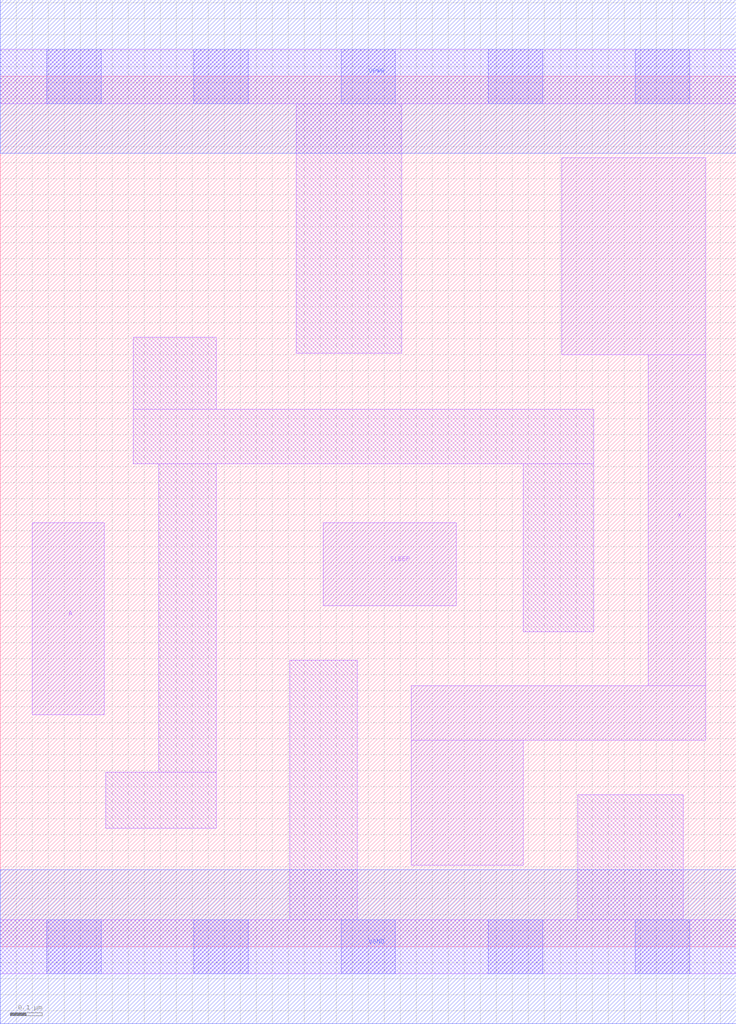
<source format=lef>
# Copyright 2020 The SkyWater PDK Authors
#
# Licensed under the Apache License, Version 2.0 (the "License");
# you may not use this file except in compliance with the License.
# You may obtain a copy of the License at
#
#     https://www.apache.org/licenses/LICENSE-2.0
#
# Unless required by applicable law or agreed to in writing, software
# distributed under the License is distributed on an "AS IS" BASIS,
# WITHOUT WARRANTIES OR CONDITIONS OF ANY KIND, either express or implied.
# See the License for the specific language governing permissions and
# limitations under the License.
#
# SPDX-License-Identifier: Apache-2.0

VERSION 5.7 ;
BUSBITCHARS "[]" ;
DIVIDERCHAR "/" ;
PROPERTYDEFINITIONS
  MACRO maskLayoutSubType STRING ;
  MACRO prCellType STRING ;
  MACRO originalViewName STRING ;
END PROPERTYDEFINITIONS
MACRO sky130_fd_sc_hdll__isobufsrc_1
  ORIGIN  0.000000  0.000000 ;
  CLASS CORE ;
  SYMMETRY X Y R90 ;
  SIZE  2.300000 BY  2.720000 ;
  SITE unithd ;
  PIN A
    ANTENNAGATEAREA  0.138600 ;
    DIRECTION INPUT ;
    USE SIGNAL ;
    PORT
      LAYER li1 ;
        RECT 0.100000 0.725000 0.325000 1.325000 ;
    END
  END A
  PIN SLEEP
    ANTENNAGATEAREA  0.277500 ;
    DIRECTION INPUT ;
    USE SIGNAL ;
    PORT
      LAYER li1 ;
        RECT 1.010000 1.065000 1.425000 1.325000 ;
    END
  END SLEEP
  PIN X
    ANTENNADIFFAREA  0.478000 ;
    DIRECTION OUTPUT ;
    USE SIGNAL ;
    PORT
      LAYER li1 ;
        RECT 1.285000 0.255000 1.635000 0.645000 ;
        RECT 1.285000 0.645000 2.205000 0.815000 ;
        RECT 1.755000 1.850000 2.205000 2.465000 ;
        RECT 2.025000 0.815000 2.205000 1.850000 ;
    END
  END X
  PIN VGND
    DIRECTION INOUT ;
    USE GROUND ;
    PORT
      LAYER met1 ;
        RECT 0.000000 -0.240000 2.300000 0.240000 ;
    END
  END VGND
  PIN VPWR
    DIRECTION INOUT ;
    USE POWER ;
    PORT
      LAYER met1 ;
        RECT 0.000000 2.480000 2.300000 2.960000 ;
    END
  END VPWR
  OBS
    LAYER li1 ;
      RECT 0.000000 -0.085000 2.300000 0.085000 ;
      RECT 0.000000  2.635000 2.300000 2.805000 ;
      RECT 0.330000  0.370000 0.675000 0.545000 ;
      RECT 0.415000  1.510000 1.855000 1.680000 ;
      RECT 0.415000  1.680000 0.675000 1.905000 ;
      RECT 0.495000  0.545000 0.675000 1.510000 ;
      RECT 0.905000  0.085000 1.115000 0.895000 ;
      RECT 0.925000  1.855000 1.255000 2.635000 ;
      RECT 1.635000  0.985000 1.855000 1.510000 ;
      RECT 1.805000  0.085000 2.135000 0.475000 ;
    LAYER mcon ;
      RECT 0.145000 -0.085000 0.315000 0.085000 ;
      RECT 0.145000  2.635000 0.315000 2.805000 ;
      RECT 0.605000 -0.085000 0.775000 0.085000 ;
      RECT 0.605000  2.635000 0.775000 2.805000 ;
      RECT 1.065000 -0.085000 1.235000 0.085000 ;
      RECT 1.065000  2.635000 1.235000 2.805000 ;
      RECT 1.525000 -0.085000 1.695000 0.085000 ;
      RECT 1.525000  2.635000 1.695000 2.805000 ;
      RECT 1.985000 -0.085000 2.155000 0.085000 ;
      RECT 1.985000  2.635000 2.155000 2.805000 ;
  END
  PROPERTY maskLayoutSubType "abstract" ;
  PROPERTY prCellType "standard" ;
  PROPERTY originalViewName "layout" ;
END sky130_fd_sc_hdll__isobufsrc_1
END LIBRARY

</source>
